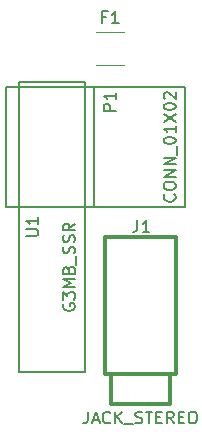
<source format=gto>
G04 #@! TF.FileFunction,Legend,Top*
%FSLAX46Y46*%
G04 Gerber Fmt 4.6, Leading zero omitted, Abs format (unit mm)*
G04 Created by KiCad (PCBNEW 4.0.4-stable) date 06/03/17 17:55:28*
%MOMM*%
%LPD*%
G01*
G04 APERTURE LIST*
%ADD10C,0.100000*%
%ADD11C,0.120000*%
%ADD12C,0.304800*%
%ADD13C,0.150000*%
%ADD14C,0.198120*%
G04 APERTURE END LIST*
D10*
D11*
X8388500Y26159000D02*
X10788500Y26159000D01*
X8388500Y28959000D02*
X10788500Y28959000D01*
D12*
X9628500Y-21500D02*
X9628500Y-2521500D01*
X9628500Y-2521500D02*
X14628500Y-2521500D01*
X14628500Y-21500D02*
X14628500Y-2521500D01*
X9128500Y11578500D02*
X9128500Y-21500D01*
X9128500Y11578500D02*
X15128500Y11578500D01*
X15128500Y11578500D02*
X15128500Y-21500D01*
X9128500Y-21500D02*
X15128500Y-21500D01*
D13*
X8238500Y14160500D02*
X738500Y14160500D01*
X738500Y14160500D02*
X738500Y24320500D01*
X738500Y24320500D02*
X8238500Y24320500D01*
X15938500Y14160500D02*
X15938500Y24320500D01*
X15938500Y24320500D02*
X8238500Y24320500D01*
X8238500Y24320500D02*
X8238500Y14160500D01*
X8238500Y14160500D02*
X15938500Y14160500D01*
X1835500Y146000D02*
X1835500Y24746000D01*
X1835500Y24746000D02*
X7435500Y24746000D01*
X7435500Y24746000D02*
X7435500Y146000D01*
X7435500Y146000D02*
X1835500Y146000D01*
X9255167Y30230429D02*
X8921833Y30230429D01*
X8921833Y29706619D02*
X8921833Y30706619D01*
X9398024Y30706619D01*
X10302786Y29706619D02*
X9731357Y29706619D01*
X10017071Y29706619D02*
X10017071Y30706619D01*
X9921833Y30563762D01*
X9826595Y30468524D01*
X9731357Y30420905D01*
D14*
X11895760Y13025144D02*
X11895760Y12312130D01*
X11848226Y12169527D01*
X11753157Y12074459D01*
X11610554Y12026924D01*
X11515486Y12026924D01*
X12893981Y12026924D02*
X12323569Y12026924D01*
X12608775Y12026924D02*
X12608775Y13025144D01*
X12513706Y12882541D01*
X12418638Y12787473D01*
X12323569Y12739939D01*
X7684044Y-3174856D02*
X7684044Y-3887870D01*
X7636510Y-4030473D01*
X7541441Y-4125541D01*
X7398838Y-4173076D01*
X7303770Y-4173076D01*
X8111853Y-3887870D02*
X8587196Y-3887870D01*
X8016785Y-4173076D02*
X8349525Y-3174856D01*
X8682265Y-4173076D01*
X9585416Y-4078007D02*
X9537882Y-4125541D01*
X9395279Y-4173076D01*
X9300210Y-4173076D01*
X9157607Y-4125541D01*
X9062539Y-4030473D01*
X9015004Y-3935404D01*
X8967470Y-3745267D01*
X8967470Y-3602664D01*
X9015004Y-3412527D01*
X9062539Y-3317459D01*
X9157607Y-3222390D01*
X9300210Y-3174856D01*
X9395279Y-3174856D01*
X9537882Y-3222390D01*
X9585416Y-3269924D01*
X10013224Y-4173076D02*
X10013224Y-3174856D01*
X10583636Y-4173076D02*
X10155827Y-3602664D01*
X10583636Y-3174856D02*
X10013224Y-3745267D01*
X10773773Y-4268144D02*
X11534322Y-4268144D01*
X11724459Y-4125541D02*
X11867062Y-4173076D01*
X12104733Y-4173076D01*
X12199802Y-4125541D01*
X12247336Y-4078007D01*
X12294871Y-3982939D01*
X12294871Y-3887870D01*
X12247336Y-3792801D01*
X12199802Y-3745267D01*
X12104733Y-3697733D01*
X11914596Y-3650199D01*
X11819528Y-3602664D01*
X11771993Y-3555130D01*
X11724459Y-3460061D01*
X11724459Y-3364993D01*
X11771993Y-3269924D01*
X11819528Y-3222390D01*
X11914596Y-3174856D01*
X12152268Y-3174856D01*
X12294871Y-3222390D01*
X12580077Y-3174856D02*
X13150488Y-3174856D01*
X12865282Y-4173076D02*
X12865282Y-3174856D01*
X13483228Y-3650199D02*
X13815968Y-3650199D01*
X13958571Y-4173076D02*
X13483228Y-4173076D01*
X13483228Y-3174856D01*
X13958571Y-3174856D01*
X14956791Y-4173076D02*
X14624051Y-3697733D01*
X14386379Y-4173076D02*
X14386379Y-3174856D01*
X14766654Y-3174856D01*
X14861722Y-3222390D01*
X14909257Y-3269924D01*
X14956791Y-3364993D01*
X14956791Y-3507596D01*
X14909257Y-3602664D01*
X14861722Y-3650199D01*
X14766654Y-3697733D01*
X14386379Y-3697733D01*
X15384599Y-3650199D02*
X15717339Y-3650199D01*
X15859942Y-4173076D02*
X15384599Y-4173076D01*
X15384599Y-3174856D01*
X15859942Y-3174856D01*
X16477888Y-3174856D02*
X16668025Y-3174856D01*
X16763093Y-3222390D01*
X16858162Y-3317459D01*
X16905696Y-3507596D01*
X16905696Y-3840336D01*
X16858162Y-4030473D01*
X16763093Y-4125541D01*
X16668025Y-4173076D01*
X16477888Y-4173076D01*
X16382819Y-4125541D01*
X16287750Y-4030473D01*
X16240216Y-3840336D01*
X16240216Y-3507596D01*
X16287750Y-3317459D01*
X16382819Y-3222390D01*
X16477888Y-3174856D01*
D13*
X10040881Y22312405D02*
X9040881Y22312405D01*
X9040881Y22693358D01*
X9088500Y22788596D01*
X9136119Y22836215D01*
X9231357Y22883834D01*
X9374214Y22883834D01*
X9469452Y22836215D01*
X9517071Y22788596D01*
X9564690Y22693358D01*
X9564690Y22312405D01*
X10040881Y23836215D02*
X10040881Y23264786D01*
X10040881Y23550500D02*
X9040881Y23550500D01*
X9183738Y23455262D01*
X9278976Y23360024D01*
X9326595Y23264786D01*
X15025643Y15216691D02*
X15073262Y15169072D01*
X15120881Y15026215D01*
X15120881Y14930977D01*
X15073262Y14788119D01*
X14978024Y14692881D01*
X14882786Y14645262D01*
X14692310Y14597643D01*
X14549452Y14597643D01*
X14358976Y14645262D01*
X14263738Y14692881D01*
X14168500Y14788119D01*
X14120881Y14930977D01*
X14120881Y15026215D01*
X14168500Y15169072D01*
X14216119Y15216691D01*
X14120881Y15835738D02*
X14120881Y16026215D01*
X14168500Y16121453D01*
X14263738Y16216691D01*
X14454214Y16264310D01*
X14787548Y16264310D01*
X14978024Y16216691D01*
X15073262Y16121453D01*
X15120881Y16026215D01*
X15120881Y15835738D01*
X15073262Y15740500D01*
X14978024Y15645262D01*
X14787548Y15597643D01*
X14454214Y15597643D01*
X14263738Y15645262D01*
X14168500Y15740500D01*
X14120881Y15835738D01*
X15120881Y16692881D02*
X14120881Y16692881D01*
X15120881Y17264310D01*
X14120881Y17264310D01*
X15120881Y17740500D02*
X14120881Y17740500D01*
X15120881Y18311929D01*
X14120881Y18311929D01*
X15216119Y18550024D02*
X15216119Y19311929D01*
X14120881Y19740500D02*
X14120881Y19835739D01*
X14168500Y19930977D01*
X14216119Y19978596D01*
X14311357Y20026215D01*
X14501833Y20073834D01*
X14739929Y20073834D01*
X14930405Y20026215D01*
X15025643Y19978596D01*
X15073262Y19930977D01*
X15120881Y19835739D01*
X15120881Y19740500D01*
X15073262Y19645262D01*
X15025643Y19597643D01*
X14930405Y19550024D01*
X14739929Y19502405D01*
X14501833Y19502405D01*
X14311357Y19550024D01*
X14216119Y19597643D01*
X14168500Y19645262D01*
X14120881Y19740500D01*
X15120881Y21026215D02*
X15120881Y20454786D01*
X15120881Y20740500D02*
X14120881Y20740500D01*
X14263738Y20645262D01*
X14358976Y20550024D01*
X14406595Y20454786D01*
X14120881Y21359548D02*
X15120881Y22026215D01*
X14120881Y22026215D02*
X15120881Y21359548D01*
X14120881Y22597643D02*
X14120881Y22692882D01*
X14168500Y22788120D01*
X14216119Y22835739D01*
X14311357Y22883358D01*
X14501833Y22930977D01*
X14739929Y22930977D01*
X14930405Y22883358D01*
X15025643Y22835739D01*
X15073262Y22788120D01*
X15120881Y22692882D01*
X15120881Y22597643D01*
X15073262Y22502405D01*
X15025643Y22454786D01*
X14930405Y22407167D01*
X14739929Y22359548D01*
X14501833Y22359548D01*
X14311357Y22407167D01*
X14216119Y22454786D01*
X14168500Y22502405D01*
X14120881Y22597643D01*
X14216119Y23311929D02*
X14168500Y23359548D01*
X14120881Y23454786D01*
X14120881Y23692882D01*
X14168500Y23788120D01*
X14216119Y23835739D01*
X14311357Y23883358D01*
X14406595Y23883358D01*
X14549452Y23835739D01*
X15120881Y23264310D01*
X15120881Y23883358D01*
X2487881Y11684095D02*
X3297405Y11684095D01*
X3392643Y11731714D01*
X3440262Y11779333D01*
X3487881Y11874571D01*
X3487881Y12065048D01*
X3440262Y12160286D01*
X3392643Y12207905D01*
X3297405Y12255524D01*
X2487881Y12255524D01*
X3487881Y13255524D02*
X3487881Y12684095D01*
X3487881Y12969809D02*
X2487881Y12969809D01*
X2630738Y12874571D01*
X2725976Y12779333D01*
X2773595Y12684095D01*
X5635500Y5926953D02*
X5587881Y5831715D01*
X5587881Y5688858D01*
X5635500Y5546000D01*
X5730738Y5450762D01*
X5825976Y5403143D01*
X6016452Y5355524D01*
X6159310Y5355524D01*
X6349786Y5403143D01*
X6445024Y5450762D01*
X6540262Y5546000D01*
X6587881Y5688858D01*
X6587881Y5784096D01*
X6540262Y5926953D01*
X6492643Y5974572D01*
X6159310Y5974572D01*
X6159310Y5784096D01*
X5587881Y6307905D02*
X5587881Y6926953D01*
X5968833Y6593619D01*
X5968833Y6736477D01*
X6016452Y6831715D01*
X6064071Y6879334D01*
X6159310Y6926953D01*
X6397405Y6926953D01*
X6492643Y6879334D01*
X6540262Y6831715D01*
X6587881Y6736477D01*
X6587881Y6450762D01*
X6540262Y6355524D01*
X6492643Y6307905D01*
X6587881Y7355524D02*
X5587881Y7355524D01*
X6302167Y7688858D01*
X5587881Y8022191D01*
X6587881Y8022191D01*
X6064071Y8831715D02*
X6111690Y8974572D01*
X6159310Y9022191D01*
X6254548Y9069810D01*
X6397405Y9069810D01*
X6492643Y9022191D01*
X6540262Y8974572D01*
X6587881Y8879334D01*
X6587881Y8498381D01*
X5587881Y8498381D01*
X5587881Y8831715D01*
X5635500Y8926953D01*
X5683119Y8974572D01*
X5778357Y9022191D01*
X5873595Y9022191D01*
X5968833Y8974572D01*
X6016452Y8926953D01*
X6064071Y8831715D01*
X6064071Y8498381D01*
X6683119Y9260286D02*
X6683119Y10022191D01*
X6540262Y10212667D02*
X6587881Y10355524D01*
X6587881Y10593620D01*
X6540262Y10688858D01*
X6492643Y10736477D01*
X6397405Y10784096D01*
X6302167Y10784096D01*
X6206929Y10736477D01*
X6159310Y10688858D01*
X6111690Y10593620D01*
X6064071Y10403143D01*
X6016452Y10307905D01*
X5968833Y10260286D01*
X5873595Y10212667D01*
X5778357Y10212667D01*
X5683119Y10260286D01*
X5635500Y10307905D01*
X5587881Y10403143D01*
X5587881Y10641239D01*
X5635500Y10784096D01*
X6540262Y11165048D02*
X6587881Y11307905D01*
X6587881Y11546001D01*
X6540262Y11641239D01*
X6492643Y11688858D01*
X6397405Y11736477D01*
X6302167Y11736477D01*
X6206929Y11688858D01*
X6159310Y11641239D01*
X6111690Y11546001D01*
X6064071Y11355524D01*
X6016452Y11260286D01*
X5968833Y11212667D01*
X5873595Y11165048D01*
X5778357Y11165048D01*
X5683119Y11212667D01*
X5635500Y11260286D01*
X5587881Y11355524D01*
X5587881Y11593620D01*
X5635500Y11736477D01*
X6587881Y12736477D02*
X6111690Y12403143D01*
X6587881Y12165048D02*
X5587881Y12165048D01*
X5587881Y12546001D01*
X5635500Y12641239D01*
X5683119Y12688858D01*
X5778357Y12736477D01*
X5921214Y12736477D01*
X6016452Y12688858D01*
X6064071Y12641239D01*
X6111690Y12546001D01*
X6111690Y12165048D01*
M02*

</source>
